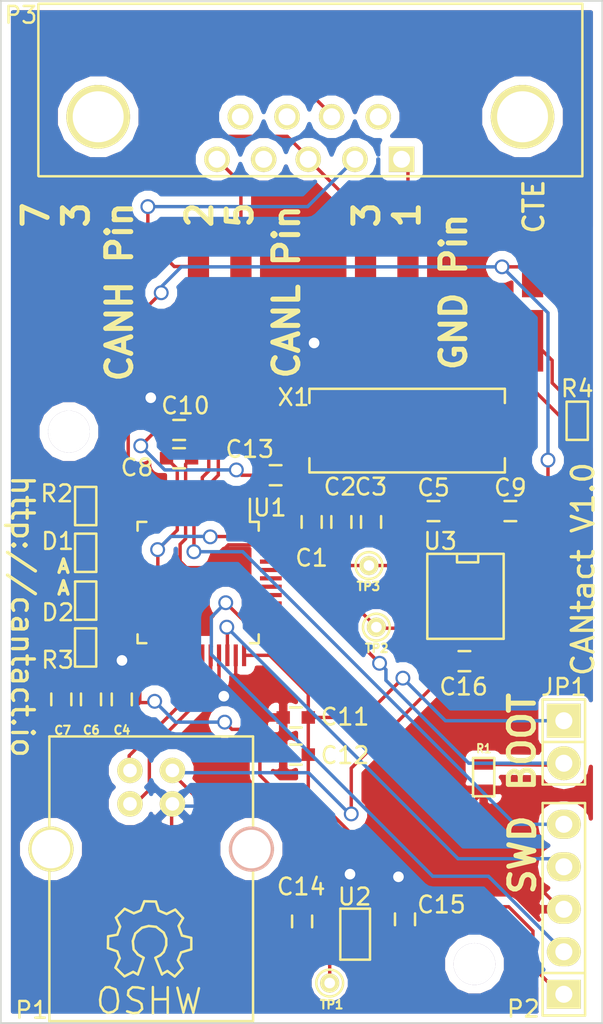
<source format=kicad_pcb>
(kicad_pcb (version 20240108) (generator "pcbnew") (generator_version "8.0")
  (layers (0 "F.Cu" signal) (31 "B.Cu" signal) (34 "B.Paste" user) (35 "F.Paste" user) (36 "B.SilkS" user "B.Silkscreen") (37 "F.SilkS" user "F.Silkscreen") (38 "B.Mask" user) (39 "F.Mask" user) (44 "Edge.Cuts" user))
  (net 0 "")
  (net 1 "+3.3V")
  (net 2 "GND")
  (net 3 "+5V")
  (net 4 "/USB_DM")
  (net 5 "/USB_DP")
  (net 6 "/SWDIO")
  (net 7 "/SWCLK")
  (net 8 "Net-(P3-Pad8)")
  (net 9 "/CAN_RX")
  (net 10 "/CAN_TX")
  (net 11 "Net-(C5-Pad1)")
  (net 12 "Net-(C9-Pad1)")
  (net 13 "Net-(D1-Pad1)")
  (net 14 "Net-(D1-Pad2)")
  (net 15 "Net-(D2-Pad1)")
  (net 16 "Net-(D2-Pad2)")
  (net 17 "Net-(JP1-Pad2)")
  (net 18 "/DB9_1")
  (net 19 "/DB9_2")
  (net 20 "/DB9_3")
  (net 21 "Net-(JP4-Pad1)")
  (net 22 "Net-(JP2-Pad1)")
  (net 23 "Net-(U1-Pad2)")
  (net 24 "Net-(U1-Pad3)")
  (net 25 "Net-(U1-Pad4)")
  (net 26 "Net-(JP2-Pad2)")
  (net 27 "Net-(U3-Pad5)")
  (net 28 "/DB9_5")
  (net 29 "/NRST")
  (net 30 "Net-(U1-Pad10)")
  (net 31 "Net-(U1-Pad11)")
  (net 32 "Net-(U1-Pad12)")
  (net 33 "Net-(U1-Pad13)")
  (net 34 "Net-(U1-Pad14)")
  (net 35 "Net-(U1-Pad15)")
  (net 36 "Net-(U1-Pad16)")
  (net 37 "Net-(U1-Pad17)")
  (net 38 "Net-(U1-Pad20)")
  (net 39 "Net-(U1-Pad21)")
  (net 40 "Net-(U1-Pad22)")
  (net 41 "Net-(U1-Pad25)")
  (net 42 "Net-(U1-Pad26)")
  (net 43 "Net-(U1-Pad27)")
  (net 44 "Net-(U1-Pad28)")
  (net 45 "Net-(U1-Pad29)")
  (net 46 "Net-(U1-Pad30)")
  (net 47 "Net-(U1-Pad31)")
  (net 48 "Net-(U1-Pad38)")
  (net 49 "Net-(U1-Pad39)")
  (net 50 "Net-(U1-Pad40)")
  (net 51 "Net-(U1-Pad41)")
  (net 52 "Net-(U1-Pad42)")
  (net 53 "Net-(U1-Pad43)")
  (net 54 "Net-(P1-Pad5)")
  (net 55 "Net-(P1-Pad6)")
  (net 56 "Net-(P3-Pad4)")
  (net 57 "Net-(P3-Pad9)")
  (net 58 "Net-(P3-Pad6)")
  (net 59 "Net-(JP2-Pad3)")
  (net 60 "Net-(JP2-Pad4)")
  (net 61 "/DB9_7")
  (footprint "Connect:DB9MC" (layer "F.Cu") (at 142.7 98.9)
    (property "Reference" "P3")
    (property "Value" "DB9" (hide yes))
  )
  (footprint "SMD_Packages:SMD-0603" (layer "F.Cu") (at 153.2 137.1 -90)
    (property "Reference" "R1")
    (property "Value" "510" (hide yes))
  )
  (footprint "Connect:PINTST" (layer "F.Cu") (at 143.9845 149.409)
    (property "Reference" "TP1")
    (property "Value" "TST" (hide yes))
  )
  (footprint "Connect:PINTST" (layer "F.Cu") (at 146.7785 128.1365)
    (property "Reference" "TP2")
    (property "Value" "TST" (hide yes))
  )
  (footprint "Connect:PINTST" (layer "F.Cu") (at 146.334 124.4535)
    (property "Reference" "TP3")
    (property "Value" "TST" (hide yes))
  )
  (footprint "Housings_QFP:LQFP-48_7x7mm_Pitch0.5mm" (layer "F.Cu") (at 136.1105 125.4695 -90)
    (property "Reference" "U1")
    (property "Value" "STM32F042C6T6" (hide yes))
  )
  (footprint "SMD_Packages:SOIC-8-N" (layer "F.Cu") (at 152.1125 126.295 -90)
    (property "Reference" "U3")
    (property "Value" "MCP2551-I/SN" (hide yes))
  )
  (footprint "Crystals:Crystal_HC49-SD_SMD" (layer "F.Cu") (at 148.62 116.389)
    (property "Reference" "X1")
    (property "Value" "16 MHz" (hide yes))
  )
  (footprint "SMD_Packages:SOT-23-5" (layer "F.Cu") (at 145.5085 146.488 -90)
    (property "Reference" "U2")
    (property "Value" "AAT3221" (hide yes))
  )
  (footprint "Capacitors_SMD:C_0603" (layer "F.Cu") (at 142.905 121.85 -90)
    (property "Reference" "C1")
    (property "Value" "0.1uF" (hide yes))
  )
  (footprint "Capacitors_SMD:C_0603" (layer "F.Cu") (at 144.683 121.85 -90)
    (property "Reference" "C2")
    (property "Value" "0.1uF" (hide yes))
  )
  (footprint "Capacitors_SMD:C_0603" (layer "F.Cu") (at 131.5385 132.4545 90)
    (property "Reference" "C4")
    (property "Value" "0.1uF" (hide yes))
  )
  (footprint "Capacitors_SMD:C_0603" (layer "F.Cu") (at 150.2 121.2)
    (property "Reference" "C5")
    (property "Value" "18pF" (hide yes))
  )
  (footprint "Capacitors_SMD:C_0603" (layer "F.Cu") (at 129.697 132.4545 90)
    (property "Reference" "C6")
    (property "Value" "0.1uF" (hide yes))
  )
  (footprint "Capacitors_SMD:C_0603" (layer "F.Cu") (at 127.919 132.4545 90)
    (property "Reference" "C7")
    (property "Value" "4.7uF" (hide yes))
  )
  (footprint "Capacitors_SMD:C_0603" (layer "F.Cu") (at 134.9675 118.04)
    (property "Reference" "C8")
    (property "Value" "10nF" (hide yes))
  )
  (footprint "Capacitors_SMD:C_0603" (layer "F.Cu") (at 154.8 121.2 180)
    (property "Reference" "C9")
    (property "Value" "18pF" (hide yes))
  )
  (footprint "Capacitors_SMD:C_0603" (layer "F.Cu") (at 134.975 116.35)
    (property "Reference" "C10")
    (property "Value" "1uF" (hide yes))
  )
  (footprint "Capacitors_SMD:C_0603" (layer "F.Cu") (at 141.9525 133.534 180)
    (property "Reference" "C11")
    (property "Value" "0.1uF" (hide yes))
  )
  (footprint "Capacitors_SMD:C_0603" (layer "F.Cu") (at 141.9525 135.7565 180)
    (property "Reference" "C12")
    (property "Value" "4.7uF" (hide yes))
  )
  (footprint "Capacitors_SMD:C_0603" (layer "F.Cu") (at 140.746 119.056)
    (property "Reference" "C13")
    (property "Value" "0.1uF" (hide yes))
  )
  (footprint "Capacitors_SMD:C_0603" (layer "F.Cu") (at 142.3335 145.726 -90)
    (property "Reference" "C14")
    (property "Value" "1uF" (hide yes))
  )
  (footprint "Capacitors_SMD:C_0603" (layer "F.Cu") (at 148.493 145.599 -90)
    (property "Reference" "C15")
    (property "Value" "1uF" (hide yes))
  )
  (footprint "Capacitors_SMD:C_0603" (layer "F.Cu") (at 152.049 130.1685 180)
    (property "Reference" "C16")
    (property "Value" "0.1uF" (hide yes))
  )
  (footprint "SMD_Packages:SMD-0603" (layer "F.Cu") (at 129.3795 123.6915 90)
    (property "Reference" "D1")
    (property "Value" "LED" (hide yes))
  )
  (footprint "SMD_Packages:SMD-0603" (layer "F.Cu") (at 129.3795 120.8975 -90)
    (property "Reference" "R2")
    (property "Value" "R" (hide yes))
  )
  (footprint "SMD_Packages:SMD-0603" (layer "F.Cu") (at 129.375 129.35 90)
    (property "Reference" "R3")
    (property "Value" "R" (hide yes))
  )
  (footprint "SMD_Packages:SMD-0603" (layer "F.Cu") (at 158.8 115.8 90)
    (property "Reference" "R4")
    (property "Value" "120" (hide yes))
  )
  (footprint "Connect:USB_B" (layer "F.Cu") (at 133.3 141.4)
    (property "Reference" "P1")
    (property "Value" "USB" (hide yes))
  )
  (footprint "Pin_Headers:Pin_Header_Straight_1x05" (layer "F.Cu") (at 158 145 90)
    (property "Reference" "P2")
    (property "Value" "SWD" (hide yes))
  )
  (footprint "Symbols:Symbol_OSHW-Logo_SilkScreen" (layer "F.Cu") (at 133.2 147)
    (property "Reference" "SYM" (hide yes))
    (property "Value" "Symbol_OSHW-Logo_SilkScreen_07Jul2012" (hide yes))
  )
  (footprint "Pin_Headers:Pin_Header_Straight_1x02" (layer "F.Cu") (at 158 135 -90)
    (property "Reference" "JP1")
    (property "Value" "Boot Mode" (hide yes))
  )
  (footprint "cantact:0015912040" (layer "F.Cu") (at 157.4 108.8)
    (property "Reference" "JP2" (hide yes))
    (property "Value" "Term Enable" (hide yes))
  )
  (footprint "cantact:0015912040" (layer "F.Cu") (at 127.4 108.8)
    (property "Reference" "JP3" (hide yes))
    (property "Value" "CANH Select" (hide yes))
  )
  (footprint "cantact:0015912040" (layer "F.Cu") (at 137.4 108.8)
    (property "Reference" "JP4" (hide yes))
    (property "Value" "CANL Select" (hide yes))
  )
  (footprint "cantact:0015912040" (layer "F.Cu") (at 147.4 108.8)
    (property "Reference" "JP5" (hide yes))
    (property "Value" "GND Select" (hide yes))
  )
  (footprint "Mounting_Holes:MountingHole_2-5mm" (layer "F.Cu") (at 152.65 148.275)
    (property "Reference" "" (hide yes))
    (property "Value" "VAL**" (hide yes))
  )
  (footprint "Mounting_Holes:MountingHole_2-5mm" (layer "F.Cu") (at 128.375 116.45)
    (property "Reference" "" (hide yes))
    (property "Value" "VAL**" (hide yes))
  )
  (footprint "Capacitors_SMD:C_0603" (layer "F.Cu") (at 146.461 121.85 -90)
    (property "Reference" "C3")
    (property "Value" "4.7uF" (hide yes))
  )
  (footprint "SMD_Packages:SMD-0603" (layer "F.Cu") (at 129.3795 126.549 -90)
    (property "Reference" "D2")
    (property "Value" "LED" (hide yes))
  )
  (gr_line (start 124.3 90.7) (end 160.3 90.7) (stroke (width 0.1)) (layer "Edge.Cuts"))
  (gr_line (start 124.3 90.7) (end 124.3 151.8) (stroke (width 0.1)) (layer "Edge.Cuts"))
  (gr_line (start 160.3 151.8) (end 160.3 90.7) (stroke (width 0.1)) (layer "Edge.Cuts"))
  (gr_line (start 124.3 151.8) (end 160.3 151.8) (stroke (width 0.1)) (layer "Edge.Cuts"))
  (gr_text "7\n3" (at 127.6 103.5 90) (layer "F.SilkS") (effects (font (size 1.5 1.5) (thickness 0.3))))
  (gr_text "CANH Pin" (at 131.4 108.1 90) (layer "F.SilkS") (effects (font (size 1.5 1.5) (thickness 0.3))))
  (gr_text "CANL Pin" (at 141.4 108.1 90) (layer "F.SilkS") (effects (font (size 1.5 1.5) (thickness 0.3))))
  (gr_text "SWD" (at 155.525 141.75 90) (layer "F.SilkS") (effects (font (size 1.5 1.5) (thickness 0.3))))
  (gr_text "2\n5" (at 137.4 103.5 90) (layer "F.SilkS") (effects (font (size 1.5 1.5) (thickness 0.3))))
  (gr_text "http://cantact.io" (at 125.6 127.5 270) (layer "F.SilkS") (effects (font (size 1.3 1.3) (thickness 0.2))))
  (gr_text "CANtact V1.0" (at 159.15 124.67 90) (layer "F.SilkS") (effects (font (size 1.3 1.3) (thickness 0.2))))
  (gr_text "3\n1" (at 147.4 103.5 90) (layer "F.SilkS") (effects (font (size 1.5 1.5) (thickness 0.3))))
  (gr_text "GND Pin" (at 151.4 108.1 90) (layer "F.SilkS") (effects (font (size 1.5 1.5) (thickness 0.3))))
  (gr_text "A" (at 128.05 124.5 0) (layer "F.SilkS") (effects (font (size 0.8 0.8) (thickness 0.2)) (justify mirror)))
  (gr_text "BOOT" (at 155.5 135 90) (layer "F.SilkS") (effects (font (size 1.5 1.5) (thickness 0.3))))
  (gr_text "CTE" (at 156.2 103 90) (layer "F.SilkS") (effects (font (size 1.2 1.2) (thickness 0.2))))
  (gr_text "A" (at 128.05 125.8 0) (layer "F.SilkS") (effects (font (size 0.8 0.8) (thickness 0.2)) (justify mirror)))
  (segment (start 148.6955 120.0085) (end 148.6955 119.957) (width 0.2032) (layer "F.Cu") (net 0))
  (segment (start 138.88 121.1) (end 138.8605 121.1195) (width 0.2032) (layer "F.Cu") (net 1))
  (segment (start 134.8605 118.683) (end 134.2175 118.04) (width 0.2032) (layer "F.Cu") (net 1))
  (segment (start 147.8065 145.5355) (end 148.493 144.849) (width 0.2032) (layer "F.Cu") (net 1))
  (segment (start 140.397 129.8195) (end 142.7025 132.125) (width 0.2032) (layer "F.Cu") (net 1))
  (segment (start 142.7025 132.125) (end 142.7025 133.534) (width 0.2032) (layer "F.Cu") (net 1))
  (segment (start 146.7785 141.9795) (end 142.7025 137.9035) (width 0.2032) (layer "F.Cu") (net 1))
  (segment (start 142.7025 137.9035) (end 142.7025 137.9028) (width 0.2032) (layer "F.Cu") (net 1))
  (segment (start 138.8605 120.1915) (end 139.996 119.056) (width 0.2032) (layer "F.Cu") (net 1))
  (segment (start 142.08 121.1) (end 140.4605 122.7195) (width 0.2032) (layer "F.Cu") (net 1))
  (segment (start 142.8855 121.1195) (end 142.905 121.1) (width 0.2032) (layer "F.Cu") (net 1))
  (segment (start 132.0585 133.2045) (end 132.618 132.645) (width 0.2032) (layer "F.Cu") (net 1))
  (segment (start 132.618 132.645) (end 132.618 129.851) (width 0.2032) (layer "F.Cu") (net 1))
  (segment (start 132.618 129.851) (end 131.7605 128.9935) (width 0.2032) (layer "F.Cu") (net 1))
  (segment (start 131.7605 128.9935) (end 131.7605 128.2195) (width 0.2032) (layer "F.Cu") (net 1))
  (segment (start 134.8605 122.338) (end 133.6975 123.501) (width 0.2032) (layer "F.Cu") (net 1))
  (segment (start 133.6975 123.501) (end 133.6975 127.565) (width 0.2032) (layer "F.Cu") (net 1))
  (segment (start 133.6975 127.565) (end 133.043 128.2195) (width 0.2032) (layer "F.Cu") (net 1))
  (segment (start 133.043 128.2195) (end 131.7605 128.2195) (width 0.2032) (layer "F.Cu") (net 1))
  (segment (start 138.714 119.056) (end 138.3965 118.7385) (width 0.2032) (layer "F.Cu") (net 1))
  (segment (start 148.366 131.1845) (end 146.0165 133.534) (width 0.2032) (layer "F.Cu") (net 1))
  (segment (start 146.0165 133.534) (end 142.7025 133.534) (width 0.2032) (layer "F.Cu") (net 1))
  (segment (start 136.8539 122.7195) (end 136.8344 122.739) (width 0.2032) (layer "F.Cu") (net 1))
  (segment (start 133.6848 123.501) (end 133.6975 123.501) (width 0.2032) (layer "F.Cu") (net 1))
  (segment (start 132.618 132.645) (end 132.618 132.645) (width 0.2032) (layer "F.Cu") (net 1))
  (segment (start 133.4308 132.645) (end 133.507 132.5688) (width 0.2032) (layer "F.Cu") (net 1))
  (segment (start 137.698 133.8134) (end 138.1298 134.2452) (width 0.2032) (layer "F.Cu") (net 1))
  (segment (start 138.1298 134.2452) (end 139.2982 134.2452) (width 0.2032) (layer "F.Cu") (net 1))
  (segment (start 139.2982 134.2452) (end 139.8062 134.7532) (width 0.2032) (layer "F.Cu") (net 1))
  (segment (start 139.8062 134.7532) (end 139.8062 136.9884) (width 0.2032) (layer "F.Cu") (net 1))
  (segment (start 139.8062 136.9884) (end 140.7206 137.9028) (width 0.2032) (layer "F.Cu") (net 1))
  (segment (start 140.7206 137.9028) (end 142.7025 137.9028) (width 0.2032) (layer "F.Cu") (net 1))
  (segment (start 142.7025 137.9028) (end 142.7025 135.7565) (width 0.2032) (layer "F.Cu") (net 1))
  (segment (start 151.199 144.849) (end 151.175 144.849) (width 0.2032) (layer "F.Cu") (net 1))
  (segment (start 156.15 148.45) (end 157.78 150.08) (width 0.2032) (layer "F.Cu") (net 1))
  (segment (start 156.15 148.45) (end 156.15 146.3) (width 0.2032) (layer "F.Cu") (net 1))
  (segment (start 151.175 144.849) (end 148.493 144.849) (width 0.2032) (layer "F.Cu") (net 1))
  (segment (start 154.699 144.849) (end 156.15 146.3) (width 0.2032) (layer "F.Cu") (net 1))
  (segment (start 132.675 117.3) (end 133.625 116.35) (width 0.2032) (layer "F.Cu") (net 1))
  (segment (start 133.625 116.35) (end 134.225 116.35) (width 0.2032) (layer "F.Cu") (net 1))
  (segment (start 139.996 119.056) (end 138.714 119.056) (width 0.2032) (layer "F.Cu") (net 1))
  (segment (start 140.4605 122.7195) (end 136.8539 122.7195) (width 0.2032) (layer "F.Cu") (net 1))
  (segment (start 151.175 144.849) (end 154.699 144.849) (width 0.2032) (layer "F.Cu") (net 1))
  (segment (start 129.697 133.2045) (end 127.919 133.2045) (width 0.2032) (layer "F.Cu") (net 1))
  (segment (start 138.8605 121.1195) (end 138.8605 120.1915) (width 0.2032) (layer "F.Cu") (net 1))
  (segment (start 142.905 121.1) (end 142.08 121.1) (width 0.2032) (layer "F.Cu") (net 1))
  (segment (start 132.618 132.645) (end 133.4308 132.645) (width 0.2032) (layer "F.Cu") (net 1))
  (segment (start 131.5385 133.2045) (end 132.0585 133.2045) (width 0.2032) (layer "F.Cu") (net 1))
  (segment (start 134.8605 121.1195) (end 134.8605 122.338) (width 0.2032) (layer "F.Cu") (net 1))
  (segment (start 146.7785 145.5355) (end 147.8065 145.5355) (width 0.2032) (layer "F.Cu") (net 1))
  (segment (start 134.8605 121.1195) (end 134.8605 118.683) (width 0.2032) (layer "F.Cu") (net 1))
  (segment (start 131.5385 133.2045) (end 129.697 133.2045) (width 0.2032) (layer "F.Cu") (net 1))
  (segment (start 144.683 121.1) (end 142.905 121.1) (width 0.2032) (layer "F.Cu") (net 1))
  (segment (start 146.7785 145.5355) (end 146.7785 141.9795) (width 0.2032) (layer "F.Cu") (net 1))
  (segment (start 146.461 121.1) (end 144.683 121.1) (width 0.2032) (layer "F.Cu") (net 1))
  (segment (start 142.7025 135.7565) (end 142.7025 133.534) (width 0.2032) (layer "F.Cu") (net 1))
  (segment (start 158 150.08) (end 157.78 150.08) (width 0.2032) (layer "F.Cu") (net 1))
  (segment (start 140.4605 122.7195) (end 140.714 122.7195) (width 0.2032) (layer "F.Cu") (net 1))
  (segment (start 138.8605 129.8195) (end 140.397 129.8195) (width 0.2032) (layer "F.Cu") (net 1))
  (segment (start 138.8605 121.1195) (end 142.8855 121.1195) (width 0.2032) (layer "F.Cu") (net 1))
  (via (at 137.698 133.8134) (size 0.889) (drill 0.635) (layers "F.Cu" "B.Cu") (net 1))
  (via (at 133.507 132.5688) (size 0.889) (drill 0.635) (layers "F.Cu" "B.Cu") (net 1))
  (via (at 136.8344 122.739) (size 0.889) (drill 0.635) (layers "F.Cu" "B.Cu") (net 1))
  (via (at 133.6848 123.501) (size 0.889) (drill 0.635) (layers "F.Cu" "B.Cu") (net 1))
  (via (at 132.675 117.3) (size 0.889) (drill 0.635) (layers "F.Cu" "B.Cu") (net 1))
  (via (at 138.3965 118.7385) (size 0.889) (drill 0.635) (layers "F.Cu" "B.Cu") (net 1))
  (via (at 148.366 131.1845) (size 0.889) (drill 0.635) (layers "F.Cu" "B.Cu") (net 1))
  (segment (start 136.8344 122.739) (end 136.809 122.7136) (width 0.2032) (layer "B.Cu") (net 1))
  (segment (start 136.809 122.7136) (end 134.4722 122.7136) (width 0.2032) (layer "B.Cu") (net 1))
  (segment (start 134.4722 122.7136) (end 133.6848 123.501) (width 0.2032) (layer "B.Cu") (net 1))
  (segment (start 133.507 132.5688) (end 134.7516 133.8134) (width 0.2032) (layer "B.Cu") (net 1))
  (segment (start 134.7516 133.8134) (end 137.698 133.8134) (width 0.2032) (layer "B.Cu") (net 1))
  (segment (start 150.9115 133.73) (end 148.366 131.1845) (width 0.2032) (layer "B.Cu") (net 1))
  (segment (start 134.1135 118.7385) (end 132.775 117.4) (width 0.2032) (layer "B.Cu") (net 1))
  (segment (start 132.775 117.4) (end 132.675 117.3) (width 0.2032) (layer "B.Cu") (net 1))
  (segment (start 158 133.73) (end 150.9115 133.73) (width 0.2032) (layer "B.Cu") (net 1))
  (segment (start 138.3965 118.7385) (end 134.1135 118.7385) (width 0.2032) (layer "B.Cu") (net 1))
  (segment (start 135.3605 118.397) (end 135.7175 118.04) (width 0.2032) (layer "F.Cu") (net 2))
  (segment (start 153.446 124.39) (end 152.176 125.66) (width 0.2032) (layer "F.Cu") (net 2))
  (segment (start 152.176 125.66) (end 148.9375 125.66) (width 0.2032) (layer "F.Cu") (net 2))
  (segment (start 142.2855 123.2195) (end 142.905 122.6) (width 0.2032) (layer "F.Cu") (net 2))
  (segment (start 134.523 143.821) (end 137.178 146.476) (width 0.2032) (layer "F.Cu") (net 2))
  (segment (start 137.178 146.476) (end 142.3335 146.476) (width 0.2032) (layer "F.Cu") (net 2))
  (segment (start 144.3775 146.349) (end 144.2385 146.488) (width 0.2032) (layer "F.Cu") (net 2))
  (segment (start 144.2265 146.476) (end 144.2385 146.488) (width 0.2032) (layer "F.Cu") (net 2))
  (segment (start 138.3605 131.4025) (end 139.2 132.242) (width 0.2032) (layer "F.Cu") (net 2))
  (segment (start 140.492 133.534) (end 141.2025 133.534) (width 0.2032) (layer "F.Cu") (net 2))
  (segment (start 135.3605 122.854) (end 135.031 123.1835) (width 0.2032) (layer "F.Cu") (net 2))
  (segment (start 135.031 123.1835) (end 135.031 124.1995) (width 0.2032) (layer "F.Cu") (net 2))
  (segment (start 135.031 124.1995) (end 135.412 124.5805) (width 0.2032) (layer "F.Cu") (net 2))
  (segment (start 135.412 124.5805) (end 136.555 124.5805) (width 0.2032) (layer "F.Cu") (net 2))
  (segment (start 136.555 124.5805) (end 137.916 123.2195) (width 0.2032) (layer "F.Cu") (net 2))
  (segment (start 137.916 123.2195) (end 140.4605 123.2195) (width 0.2032) (layer "F.Cu") (net 2))
  (segment (start 146.207 119.056) (end 147.477 120.326) (width 0.2032) (layer "F.Cu") (net 2))
  (segment (start 147.477 120.326) (end 147.477 122.6) (width 0.2032) (layer "F.Cu") (net 2))
  (segment (start 147.477 122.6) (end 148.3025 122.6) (width 0.2032) (layer "F.Cu") (net 2))
  (segment (start 148.3025 122.6) (end 148.3145 122.6) (width 0.2032) (layer "F.Cu") (net 2))
  (segment (start 149.116 122.6) (end 152.1125 125.5965) (width 0.2032) (layer "F.Cu") (net 2))
  (segment (start 149.116 122.6) (end 152.176 125.66) (width 0.2032) (layer "F.Cu") (net 2))
  (segment (start 152.176 125.66) (end 152.1125 125.66) (width 0.2032) (layer "F.Cu") (net 2))
  (segment (start 152.1125 125.66) (end 152.1125 125.5965) (width 0.2032) (layer "F.Cu") (net 2))
  (segment (start 152.1125 125.5965) (end 152.176 125.66) (width 0.2032) (layer "F.Cu") (net 2))
  (segment (start 152.799 126.283) (end 152.176 125.66) (width 0.2032) (layer "F.Cu") (net 2))
  (segment (start 142.3335 150.1075) (end 143.032 150.806) (width 0.2032) (layer "F.Cu") (net 2))
  (segment (start 143.032 150.806) (end 146.9055 150.806) (width 0.2032) (layer "F.Cu") (net 2))
  (segment (start 146.9055 150.806) (end 148.493 149.2185) (width 0.2032) (layer "F.Cu") (net 2))
  (segment (start 148.493 149.2185) (end 148.493 146.349) (width 0.2032) (layer "F.Cu") (net 2))
  (segment (start 149.7 134.7) (end 152.799 131.601) (width 0.2032) (layer "F.Cu") (net 2))
  (segment (start 152.799 130.1685) (end 152.799 131.601) (width 0.2032) (layer "F.Cu") (net 2))
  (segment (start 146.249 146.349) (end 145.2 145.3) (width 0.2032) (layer "F.Cu") (net 2))
  (segment (start 145.2 145.3) (end 145.2 142.9) (width 0.2032) (layer "F.Cu") (net 2))
  (segment (start 148.12825 143.03075) (end 148.1 143.059) (width 0.2032) (layer "F.Cu") (net 2))
  (segment (start 148.12825 141.32825) (end 148.12825 143.03075) (width 0.2032) (layer "F.Cu") (net 2))
  (segment (start 152.559 143.059) (end 148.1 143.059) (width 0.2032) (layer "F.Cu") (net 2))
  (segment (start 148.12825 136.27175) (end 149.7 134.7) (width 0.2032) (layer "F.Cu") (net 2))
  (segment (start 139.222 132.264) (end 139.2 132.286) (width 0.2032) (layer "F.Cu") (net 2))
  (segment (start 139.2 132.286) (end 139.2 132.3) (width 0.2032) (layer "F.Cu") (net 2))
  (segment (start 139.2 132.3) (end 139.2 132.242) (width 0.2032) (layer "F.Cu") (net 2))
  (segment (start 139.2 132.242) (end 140.492 133.534) (width 0.2032) (layer "F.Cu") (net 2))
  (segment (start 153.2 137.959) (end 148.1 143.059) (width 0.2032) (layer "F.Cu") (net 2))
  (segment (start 157.825 145) (end 155.884 143.059) (width 0.2032) (layer "F.Cu") (net 2))
  (segment (start 155.884 143.059) (end 152.559 143.059) (width 0.2032) (layer "F.Cu") (net 2))
  (segment (start 135.725 118.0325) (end 135.7175 118.04) (width 0.2032) (layer "F.Cu") (net 2))
  (segment (start 129.9145 120.1355) (end 131.925 118.125) (width 0.2032) (layer "F.Cu") (net 2))
  (segment (start 131.925 118.125) (end 131.925 116.15) (width 0.2032) (layer "F.Cu") (net 2))
  (segment (start 131.925 116.15) (end 133.15 114.925) (width 0.2032) (layer "F.Cu") (net 2))
  (segment (start 133.15 114.925) (end 133.175 114.925) (width 0.2032) (layer "F.Cu") (net 2))
  (segment (start 135.125 114.925) (end 135.725 115.525) (width 0.2032) (layer "F.Cu") (net 2))
  (segment (start 135.725 115.525) (end 135.725 116.35) (width 0.2032) (layer "F.Cu") (net 2))
  (segment (start 133.175 114.925) (end 135.125 114.925) (width 0.2032) (layer "F.Cu") (net 2))
  (segment (start 133.175 114.525) (end 133.275 114.425) (width 0.2032) (layer "F.Cu") (net 2))
  (segment (start 144.75 111.02) (end 146.13 111.02) (width 0.2032) (layer "F.Cu") (net 2))
  (segment (start 143.18 111.02) (end 143.05 111.15) (width 0.2032) (layer "F.Cu") (net 2))
  (segment (start 130.5 129.35) (end 130.5 128.05) (width 0.2032) (layer "F.Cu") (net 2))
  (segment (start 131.741 127.7) (end 130.85 127.7) (width 0.2032) (layer "F.Cu") (net 2))
  (segment (start 131.741 127.7) (end 131.7605 127.7195) (width 0.2032) (layer "F.Cu") (net 2))
  (segment (start 131.5385 130.1365) (end 131.55 130.125) (width 0.2032) (layer "F.Cu") (net 2))
  (segment (start 129.375 131.3825) (end 129.697 131.7045) (width 0.2032) (layer "F.Cu") (net 2))
  (segment (start 130.5 129.91) (end 130.298 130.112) (width 0.2032) (layer "F.Cu") (net 2))
  (segment (start 130.298 130.112) (end 129.375 130.112) (width 0.2032) (layer "F.Cu") (net 2))
  (segment (start 127.919 121.596) (end 129.3795 120.1355) (width 0.2032) (layer "F.Cu") (net 2))
  (segment (start 129.375 130.112) (end 129.738 130.112) (width 0.2032) (layer "F.Cu") (net 2))
  (segment (start 154.05 121.2) (end 150.95 121.2) (width 0.2032) (layer "F.Cu") (net 2))
  (segment (start 129.3795 120.1355) (end 129.9145 120.1355) (width 0.2032) (layer "F.Cu") (net 2))
  (segment (start 152.799 130.1685) (end 152.799 126.283) (width 0.2032) (layer "F.Cu") (net 2))
  (segment (start 135.3605 121.1195) (end 135.3605 118.397) (width 0.2032) (layer "F.Cu") (net 2))
  (segment (start 133.175 114.925) (end 133.175 114.525) (width 0.2032) (layer "F.Cu") (net 2))
  (segment (start 146.461 122.6) (end 147.477 122.6) (width 0.2032) (layer "F.Cu") (net 2))
  (segment (start 153.2 137.862) (end 153.2 137.959) (width 0.2032) (layer "F.Cu") (net 2))
  (segment (start 131.5385 131.7045) (end 131.5385 130.1365) (width 0.2032) (layer "F.Cu") (net 2))
  (segment (start 131.5385 131.7045) (end 129.697 131.7045) (width 0.2032) (layer "F.Cu") (net 2))
  (segment (start 144.75 111.02) (end 143.18 111.02) (width 0.2032) (layer "F.Cu") (net 2))
  (segment (start 141.496 119.056) (end 146.207 119.056) (width 0.2032) (layer "F.Cu") (net 2))
  (segment (start 155.2875 124.39) (end 153.446 124.39) (width 0.2032) (layer "F.Cu") (net 2))
  (segment (start 127.919 131.7045) (end 127.919 121.596) (width 0.2032) (layer "F.Cu") (net 2))
  (segment (start 144.68 111.02) (end 144.75 111.02) (width 0.2032) (layer "F.Cu") (net 2))
  (segment (start 134.523 138.83498) (end 134.523 143.821) (width 0.2032) (layer "F.Cu") (net 2))
  (segment (start 135.725 116.35) (end 135.725 118.0325) (width 0.2032) (layer "F.Cu") (net 2))
  (segment (start 135.3605 121.1195) (end 135.3605 122.854) (width 0.2032) (layer "F.Cu") (net 2))
  (segment (start 146.13 111.02) (end 148.67 111.02) (width 0.2032) (layer "F.Cu") (net 2))
  (segment (start 137.6472 132.264) (end 139.222 132.264) (width 0.2032) (layer "F.Cu") (net 2))
  (segment (start 130.5 129.35) (end 130.5 129.91) (width 0.2032) (layer "F.Cu") (net 2))
  (segment (start 138.3605 129.8195) (end 138.3605 131.4025) (width 0.2032) (layer "F.Cu") (net 2))
  (segment (start 148.3025 122.6) (end 149.116 122.6) (width 0.2032) (layer "F.Cu") (net 2))
  (segment (start 142.3335 146.476) (end 142.3335 150.1075) (width 0.2032) (layer "F.Cu") (net 2))
  (segment (start 146.461 122.6) (end 149.116 122.6) (width 0.2032) (layer "F.Cu") (net 2))
  (segment (start 127.919 131.7045) (end 129.697 131.7045) (width 0.2032) (layer "F.Cu") (net 2))
  (segment (start 142.3335 146.476) (end 144.2265 146.476) (width 0.2032) (layer "F.Cu") (net 2))
  (segment (start 142.905 122.6) (end 144.683 122.6) (width 0.2032) (layer "F.Cu") (net 2))
  (segment (start 129.375 130.112) (end 129.375 131.3825) (width 0.2032) (layer "F.Cu") (net 2))
  (segment (start 158 145) (end 157.825 145) (width 0.2032) (layer "F.Cu") (net 2))
  (segment (start 141.2025 135.7565) (end 141.2025 133.534) (width 0.2032) (layer "F.Cu") (net 2))
  (segment (start 148.12825 141.32825) (end 148.12825 136.27175) (width 0.2032) (layer "F.Cu") (net 2))
  (segment (start 130.5 128.05) (end 130.85 127.7) (width 0.2032) (layer "F.Cu") (net 2))
  (segment (start 140.4605 123.2195) (end 142.2855 123.2195) (width 0.2032) (layer "F.Cu") (net 2))
  (segment (start 144.683 122.6) (end 146.461 122.6) (width 0.2032) (layer "F.Cu") (net 2))
  (segment (start 148.493 146.349) (end 146.249 146.349) (width 0.2032) (layer "F.Cu") (net 2))
  (via (at 145.2 142.9) (size 0.889) (drill 0.635) (layers "F.Cu" "B.Cu") (net 2))
  (via (at 131.55 130.125) (size 0.889) (drill 0.635) (layers "F.Cu" "B.Cu") (net 2))
  (via (at 133.275 114.425) (size 0.889) (drill 0.635) (layers "F.Cu" "B.Cu") (net 2))
  (via (at 148.1 143.059) (size 0.889) (drill 0.635) (layers "F.Cu" "B.Cu") (net 2))
  (via (at 137.6472 132.264) (size 0.889) (drill 0.635) (layers "F.Cu" "B.Cu") (net 2))
  (via (at 143.05 111.15) (size 0.889) (drill 0.635) (layers "F.Cu" "B.Cu") (net 2))
  (segment (start 141.22098 138.83498) (end 145.2 142.814) (width 0.2032) (layer "B.Cu") (net 2))
  (segment (start 145.445 143.059) (end 148.1 143.059) (width 0.2032) (layer "B.Cu") (net 2))
  (segment (start 145.2 142.9) (end 145.243 142.857) (width 0.2032) (layer "B.Cu") (net 2))
  (segment (start 145.243 142.857) (end 145.2 142.9) (width 0.2032) (layer "B.Cu") (net 2))
  (segment (start 145.2 142.9) (end 145.2 142.814) (width 0.2032) (layer "B.Cu") (net 2))
  (segment (start 145.2 142.814) (end 145.445 143.059) (width 0.2032) (layer "B.Cu") (net 2))
  (segment (start 148.1 143.059) (end 148.112 143.059) (width 0.2032) (layer "B.Cu") (net 2))
  (segment (start 141.3 114.4) (end 141.25 114.4) (width 0.2032) (layer "B.Cu") (net 2))
  (segment (start 133.275 114.425) (end 133.3 114.4) (width 0.2032) (layer "B.Cu") (net 2))
  (segment (start 141.25 114.4) (end 133.3 114.4) (width 0.2032) (layer "B.Cu") (net 2))
  (segment (start 141.725 114.4) (end 143.05 113.075) (width 0.2032) (layer "B.Cu") (net 2))
  (segment (start 143.05 113.075) (end 143.05 111.15) (width 0.2032) (layer "B.Cu") (net 2))
  (segment (start 131.55 130.125) (end 131.925 129.75) (width 0.2032) (layer "B.Cu") (net 2))
  (segment (start 131.925 129.75) (end 135.1332 129.75) (width 0.2032) (layer "B.Cu") (net 2))
  (segment (start 135.1332 129.75) (end 137.6472 132.264) (width 0.2032) (layer "B.Cu") (net 2))
  (segment (start 141.725 114.4) (end 141.25 114.4) (width 0.2032) (layer "B.Cu") (net 2))
  (segment (start 134.523 138.83498) (end 141.22098 138.83498) (width 0.2032) (layer "B.Cu") (net 2))
  (segment (start 138.6625 144.976) (end 136.2375 142.551) (width 0.2032) (layer "F.Cu") (net 3))
  (segment (start 136.2375 142.551) (end 136.2375 138.5505) (width 0.2032) (layer "F.Cu") (net 3))
  (segment (start 136.2375 138.5505) (end 134.523 136.836) (width 0.2032) (layer "F.Cu") (net 3))
  (segment (start 143.679 144.976) (end 144.2385 145.5355) (width 0.2032) (layer "F.Cu") (net 3))
  (segment (start 143.9845 147.6945) (end 144.2385 147.4405) (width 0.2032) (layer "F.Cu") (net 3))
  (segment (start 151.299 127.831) (end 150.398 126.93) (width 0.2032) (layer "F.Cu") (net 3))
  (segment (start 150.398 126.93) (end 148.9375 126.93) (width 0.2032) (layer "F.Cu") (net 3))
  (segment (start 144.683 145.5355) (end 145.318 146.1705) (width 0.2032) (layer "F.Cu") (net 3))
  (segment (start 145.318 146.1705) (end 145.318 146.996) (width 0.2032) (layer "F.Cu") (net 3))
  (segment (start 145.318 146.996) (end 144.8735 147.4405) (width 0.2032) (layer "F.Cu") (net 3))
  (segment (start 144.8735 147.4405) (end 144.2385 147.4405) (width 0.2032) (layer "F.Cu") (net 3))
  (segment (start 145.275 136.5615) (end 151.299 130.5375) (width 0.2032) (layer "F.Cu") (net 3))
  (segment (start 151.299 130.5375) (end 151.299 130.1685) (width 0.2032) (layer "F.Cu") (net 3))
  (segment (start 143.9845 149.409) (end 143.9845 147.6945) (width 0.2032) (layer "F.Cu") (net 3))
  (segment (start 142.3335 144.976) (end 143.679 144.976) (width 0.2032) (layer "F.Cu") (net 3))
  (segment (start 151.299 130.1685) (end 151.299 127.831) (width 0.2032) (layer "F.Cu") (net 3))
  (segment (start 142.3335 144.976) (end 138.6625 144.976) (width 0.2032) (layer "F.Cu") (net 3))
  (segment (start 144.2385 145.5355) (end 144.683 145.5355) (width 0.2032) (layer "F.Cu") (net 3))
  (segment (start 151.299 130.1685) (end 151.299 130.5375) (width 0.2032) (layer "F.Cu") (net 3))
  (segment (start 145.275 139.3) (end 145.275 136.5615) (width 0.2032) (layer "F.Cu") (net 3))
  (via (at 145.275 139.3) (size 0.889) (drill 0.635) (layers "F.Cu" "B.Cu") (net 3))
  (segment (start 134.523 136.836) (end 142.7145 136.836) (width 0.2032) (layer "B.Cu") (net 3))
  (segment (start 145.1785 139.3) (end 142.7145 136.836) (width 0.2032) (layer "B.Cu") (net 3))
  (segment (start 145.275 139.3) (end 145.1785 139.3) (width 0.2032) (layer "B.Cu") (net 3))
  (segment (start 131.983 135.82) (end 136.8605 130.9425) (width 0.2032) (layer "F.Cu") (net 4))
  (segment (start 136.8605 130.9425) (end 136.8605 129.8195) (width 0.2032) (layer "F.Cu") (net 4))
  (segment (start 131.983 136.836) (end 131.983 135.82) (width 0.2032) (layer "F.Cu") (net 4))
  (segment (start 132.20652 138.83498) (end 133.1895 137.852) (width 0.2032) (layer "F.Cu") (net 5))
  (segment (start 133.1895 137.852) (end 133.1895 135.5025) (width 0.2032) (layer "F.Cu") (net 5))
  (segment (start 133.1895 135.5025) (end 137.3605 131.3315) (width 0.2032) (layer "F.Cu") (net 5))
  (segment (start 137.3605 131.3315) (end 137.3605 129.8195) (width 0.2032) (layer "F.Cu") (net 5))
  (segment (start 131.983 138.83498) (end 132.20652 138.83498) (width 0.2032) (layer "F.Cu") (net 5))
  (segment (start 137.825 128.1365) (end 137.8605 128.172) (width 0.2032) (layer "F.Cu") (net 6))
  (segment (start 137.8605 128.172) (end 137.8605 129.8195) (width 0.2032) (layer "F.Cu") (net 6))
  (via (at 137.825 128.1365) (size 0.889) (drill 0.635) (layers "F.Cu" "B.Cu") (net 6))
  (segment (start 151.668 141.9795) (end 137.825 128.1365) (width 0.2032) (layer "B.Cu") (net 6))
  (segment (start 157.5195 141.9795) (end 158 142.46) (width 0.2032) (layer "B.Cu") (net 6))
  (segment (start 157.5195 141.9795) (end 151.668 141.9795) (width 0.2032) (layer "B.Cu") (net 6))
  (segment (start 137.7615 126.676) (end 139.305 128.2195) (width 0.2032) (layer "F.Cu") (net 7))
  (segment (start 139.305 128.2195) (end 140.4605 128.2195) (width 0.2032) (layer "F.Cu") (net 7))
  (via (at 137.7615 126.676) (size 0.889) (drill 0.635) (layers "F.Cu" "B.Cu") (net 7))
  (segment (start 136.9 129.3) (end 136.9 129.3) (width 0.2032) (layer "B.Cu") (net 7))
  (segment (start 136.9 127.5375) (end 137.7615 126.676) (width 0.2032) (layer "B.Cu") (net 7))
  (segment (start 136.9 129.3) (end 136.9 127.5375) (width 0.2032) (layer "B.Cu") (net 7))
  (segment (start 136.9 129.775) (end 150.15 143.025) (width 0.2032) (layer "B.Cu") (net 7))
  (segment (start 150.15 143.025) (end 153.485 143.025) (width 0.2032) (layer "B.Cu") (net 7))
  (segment (start 153.485 143.025) (end 158 147.54) (width 0.2032) (layer "B.Cu") (net 7))
  (segment (start 158 147.54) (end 157.6825 147.54) (width 0.2032) (layer "B.Cu") (net 7))
  (segment (start 136.9 129.3) (end 136.9 129.775) (width 0.2032) (layer "B.Cu") (net 7))
  (segment (start 146.842 128.2) (end 146.7785 128.1365) (width 0.2032) (layer "F.Cu") (net 9))
  (segment (start 142.8615 124.2195) (end 146.7785 128.1365) (width 0.2032) (layer "F.Cu") (net 9))
  (segment (start 140.4605 124.2195) (end 142.8615 124.2195) (width 0.2032) (layer "F.Cu") (net 9))
  (segment (start 148.9375 128.2) (end 146.842 128.2) (width 0.2032) (layer "F.Cu") (net 9))
  (segment (start 143.1235 123.7195) (end 143.8575 124.4535) (width 0.2032) (layer "F.Cu") (net 10))
  (segment (start 143.8575 124.4535) (end 146.334 124.4535) (width 0.2032) (layer "F.Cu") (net 10))
  (segment (start 148.874 124.4535) (end 148.9375 124.39) (width 0.2032) (layer "F.Cu") (net 10))
  (segment (start 140.4605 123.7195) (end 143.1235 123.7195) (width 0.2032) (layer "F.Cu") (net 10))
  (segment (start 146.334 124.4535) (end 148.874 124.4535) (width 0.2032) (layer "F.Cu") (net 10))
  (segment (start 143.64414 116.262) (end 143.77114 116.389) (width 0.2032) (layer "F.Cu") (net 11))
  (segment (start 136.8605 119.5125) (end 137.317 119.056) (width 0.2032) (layer "F.Cu") (net 11))
  (segment (start 137.317 119.056) (end 137.317 118.1035) (width 0.2032) (layer "F.Cu") (net 11))
  (segment (start 137.317 118.1035) (end 139.0315 116.389) (width 0.2032) (layer "F.Cu") (net 11))
  (segment (start 139.0315 116.389) (end 143.77114 116.389) (width 0.2032) (layer "F.Cu") (net 11))
  (segment (start 145.1275 116.389) (end 143.77114 116.389) (width 0.2032) (layer "F.Cu") (net 11))
  (segment (start 149.45 120.05) (end 145.789 116.389) (width 0.2032) (layer "F.Cu") (net 11))
  (segment (start 145.789 116.389) (end 143.77114 116.389) (width 0.2032) (layer "F.Cu") (net 11))
  (segment (start 136.8605 121.1195) (end 136.8605 119.5125) (width 0.2032) (layer "F.Cu") (net 11))
  (segment (start 149.45 121.2) (end 149.45 120.05) (width 0.2032) (layer "F.Cu") (net 11))
  (segment (start 153.3705 116.48736) (end 153.46886 116.389) (width 0.2032) (layer "F.Cu") (net 12))
  (segment (start 136.3605 119.187) (end 136.7455 118.802) (width 0.2032) (layer "F.Cu") (net 12))
  (segment (start 136.7455 118.802) (end 136.7455 115.627) (width 0.2032) (layer "F.Cu") (net 12))
  (segment (start 136.7455 115.627) (end 137.825 114.5475) (width 0.2032) (layer "F.Cu") (net 12))
  (segment (start 137.825 114.5475) (end 151.62736 114.5475) (width 0.2032) (layer "F.Cu") (net 12))
  (segment (start 151.62736 114.5475) (end 153.46886 116.389) (width 0.2032) (layer "F.Cu") (net 12))
  (segment (start 155.55 118.47014) (end 153.46886 116.389) (width 0.2032) (layer "F.Cu") (net 12))
  (segment (start 155.55 121.2) (end 155.55 118.47014) (width 0.2032) (layer "F.Cu") (net 12))
  (segment (start 136.3605 121.1195) (end 136.3605 119.187) (width 0.2032) (layer "F.Cu") (net 12))
  (segment (start 130.59 125.2195) (end 129.824 124.4535) (width 0.2032) (layer "F.Cu") (net 13))
  (segment (start 129.824 124.4535) (end 129.3795 124.4535) (width 0.2032) (layer "F.Cu") (net 13))
  (segment (start 131.7605 125.2195) (end 130.59 125.2195) (width 0.2032) (layer "F.Cu") (net 13))
  (segment (start 129.3795 122.9295) (end 129.3795 121.6595) (width 0.2032) (layer "F.Cu") (net 14))
  (segment (start 131.693 125.787) (end 131.7605 125.7195) (width 0.2032) (layer "F.Cu") (net 15))
  (segment (start 129.3795 125.787) (end 131.693 125.787) (width 0.2032) (layer "F.Cu") (net 15))
  (segment (start 129.3795 128.5835) (end 129.375 128.588) (width 0.2032) (layer "F.Cu") (net 16))
  (segment (start 129.3795 127.311) (end 129.3795 128.5835) (width 0.2032) (layer "F.Cu") (net 16))
  (segment (start 141.393 124.7195) (end 146.969 130.2955) (width 0.2032) (layer "F.Cu") (net 17))
  (segment (start 157.8785 136.3915) (end 158 136.27) (width 0.2032) (layer "F.Cu") (net 17))
  (segment (start 141.393 124.7195) (end 140.4605 124.7195) (width 0.2032) (layer "F.Cu") (net 17))
  (segment (start 153.2 136.338) (end 157.8785 136.3915) (width 0.2032) (layer "F.Cu") (net 17))
  (via (at 146.969 130.2955) (size 0.889) (drill 0.635) (layers "F.Cu" "B.Cu") (net 17))
  (segment (start 146.969 130.2955) (end 147.35 130.6765) (width 0.2032) (layer "B.Cu") (net 17))
  (segment (start 147.35 130.6765) (end 147.35 131.3115) (width 0.2032) (layer "B.Cu") (net 17))
  (segment (start 152.3085 136.27) (end 147.35 131.3115) (width 0.2032) (layer "B.Cu") (net 17))
  (segment (start 158 136.27) (end 152.3085 136.27) (width 0.2032) (layer "B.Cu") (net 17))
  (segment (start 148.67 100.437) (end 148.239 100.006) (width 0.2032) (layer "F.Cu") (net 18))
  (segment (start 148.67 100.552) (end 148.288 100.17) (width 0.2032) (layer "F.Cu") (net 18))
  (segment (start 148.67 106.58) (end 148.67 100.552) (width 0.2032) (layer "F.Cu") (net 18))
  (segment (start 134.68 106.58) (end 133.1 105) (width 0.2032) (layer "F.Cu") (net 19))
  (segment (start 133.1 105) (end 133.1 103) (width 0.2032) (layer "F.Cu") (net 19))
  (segment (start 136.13 106.58) (end 134.68 106.58) (width 0.2032) (layer "F.Cu") (net 19))
  (via (at 133.1 103) (size 0.889) (drill 0.635) (layers "F.Cu" "B.Cu") (net 19))
  (segment (start 133.1 103) (end 142.664 103) (width 0.2032) (layer "B.Cu") (net 19))
  (segment (start 142.664 103) (end 145.494 100.17) (width 0.2032) (layer "B.Cu") (net 19))
  (segment (start 135.3 98.8) (end 141.445 98.8) (width 0.2032) (layer "F.Cu") (net 20))
  (segment (start 141.445 98.8) (end 142.651 100.006) (width 0.2032) (layer "F.Cu") (net 20))
  (segment (start 128.67 105.43) (end 135.3 98.8) (width 0.2032) (layer "F.Cu") (net 20))
  (segment (start 146.13 103.6) (end 142.7 100.17) (width 0.2032) (layer "F.Cu") (net 20))
  (segment (start 146.13 106.58) (end 146.13 103.6) (width 0.2032) (layer "F.Cu") (net 20))
  (segment (start 128.67 106.58) (end 128.67 105.43) (width 0.2032) (layer "F.Cu") (net 20))
  (segment (start 156.67 126.93) (end 158.8 124.8) (width 0.2032) (layer "F.Cu") (net 21))
  (segment (start 158.8 124.8) (end 158.8 116.562) (width 0.2032) (layer "F.Cu") (net 21))
  (segment (start 155.738 113.5) (end 141.15 113.5) (width 0.2032) (layer "F.Cu") (net 21))
  (segment (start 141.15 113.5) (end 138.67 111.02) (width 0.2032) (layer "F.Cu") (net 21))
  (segment (start 155.2875 126.93) (end 156.67 126.93) (width 0.2032) (layer "F.Cu") (net 21))
  (segment (start 136.13 111.02) (end 138.67 111.02) (width 0.2032) (layer "F.Cu") (net 21))
  (segment (start 158.8 116.562) (end 155.738 113.5) (width 0.2032) (layer "F.Cu") (net 21))
  (segment (start 157.3 113.538) (end 157.3 112.19) (width 0.2032) (layer "F.Cu") (net 22))
  (segment (start 157.3 112.19) (end 156.13 111.02) (width 0.2032) (layer "F.Cu") (net 22))
  (segment (start 158.8 115.038) (end 157.3 113.538) (width 0.2032) (layer "F.Cu") (net 22))
  (segment (start 154.3 106.6) (end 154.32 106.58) (width 0.2032) (layer "F.Cu") (net 26))
  (segment (start 131.03 111.02) (end 133.9 108.15) (width 0.2032) (layer "F.Cu") (net 26))
  (segment (start 156.11 106.6) (end 154.3 106.6) (width 0.2032) (layer "F.Cu") (net 26))
  (segment (start 156.39 125.66) (end 157.05 125) (width 0.2032) (layer "F.Cu") (net 26))
  (segment (start 157.05 125) (end 157.05 118.15) (width 0.2032) (layer "F.Cu") (net 26))
  (segment (start 155.2875 125.66) (end 156.39 125.66) (width 0.2032) (layer "F.Cu") (net 26))
  (segment (start 156.13 106.58) (end 156.11 106.6) (width 0.2032) (layer "F.Cu") (net 26))
  (segment (start 128.67 111.02) (end 131.03 111.02) (width 0.2032) (layer "F.Cu") (net 26))
  (segment (start 155.2875 125.66) (end 155.3275 125.7) (width 0.2032) (layer "F.Cu") (net 26))
  (segment (start 126.13 111.02) (end 128.67 111.02) (width 0.2032) (layer "F.Cu") (net 26))
  (via (at 154.3 106.6) (size 0.889) (drill 0.635) (layers "F.Cu" "B.Cu") (net 26))
  (via (at 133.9 108.15) (size 0.889) (drill 0.635) (layers "F.Cu" "B.Cu") (net 26))
  (via (at 157.05 118.15) (size 0.889) (drill 0.635) (layers "F.Cu" "B.Cu") (net 26))
  (segment (start 135.1 106.6) (end 154.3 106.6) (width 0.2032) (layer "B.Cu") (net 26))
  (segment (start 133.9 108.15) (end 133.9 107.8) (width 0.2032) (layer "B.Cu") (net 26))
  (segment (start 133.9 107.8) (end 135.1 106.6) (width 0.2032) (layer "B.Cu") (net 26))
  (segment (start 157.05 118.15) (end 157.05 111.75) (width 0.2032) (layer "B.Cu") (net 26))
  (segment (start 157.05 109.35) (end 154.3 106.6) (width 0.2032) (layer "B.Cu") (net 26))
  (segment (start 157.05 111.75) (end 157.05 109.35) (width 0.2032) (layer "B.Cu") (net 26))
  (segment (start 138.67 101.601) (end 137.239 100.17) (width 0.2032) (layer "F.Cu") (net 28))
  (segment (start 138.67 106.58) (end 138.67 101.601) (width 0.2032) (layer "F.Cu") (net 28))
  (segment (start 135.8605 123.624) (end 135.8565 123.628) (width 0.2032) (layer "F.Cu") (net 29))
  (segment (start 135.8605 123.624) (end 135.8605 121.1195) (width 0.2032) (layer "F.Cu") (net 29))
  (via (at 135.8565 123.628) (size 0.889) (drill 0.635) (layers "F.Cu" "B.Cu") (net 29))
  (segment (start 152.4935 137.344) (end 152.5 137.3505) (width 0.2032) (layer "B.Cu") (net 29))
  (segment (start 138.7775 123.628) (end 135.8565 123.628) (width 0.2032) (layer "B.Cu") (net 29))
  (segment (start 152.5 137.3505) (end 138.7775 123.628) (width 0.2032) (layer "B.Cu") (net 29))
  (segment (start 155.0695 139.92) (end 154.5695 139.42) (width 0.2032) (layer "B.Cu") (net 29))
  (segment (start 158 139.92) (end 155.0695 139.92) (width 0.2032) (layer "B.Cu") (net 29))
  (segment (start 154.5695 139.42) (end 152.5 137.3505) (width 0.2032) (layer "B.Cu") (net 29))
  (segment (start 136.5 95.7) (end 142.282 95.7) (width 0.2032) (layer "F.Cu") (net 61))
  (segment (start 144.048 97.466) (end 142.282 95.7) (width 0.2032) (layer "F.Cu") (net 61))
  (segment (start 129.9 102.3) (end 127.4 102.3) (width 0.2032) (layer "F.Cu") (net 61))
  (segment (start 127.4 102.3) (end 126.13 103.57) (width 0.2032) (layer "F.Cu") (net 61))
  (segment (start 126.13 103.57) (end 126.13 106.58) (width 0.2032) (layer "F.Cu") (net 61))
  (segment (start 136.5 95.7) (end 129.9 102.3) (width 0.2032) (layer "F.Cu") (net 61))
  (zone (net 2) (net_name "GND") (layer "F.Cu") (connect_pads (clearance 0.508)) (min_thickness 0.254) (fill yes (thermal_gap 0.508) (thermal_bridge_width 0.508))
    (polygon (pts (xy 124.9 91.2) (xy 159.8 91.2) (xy 159.8 151.3) (xy 124.9 151.3) (xy 124.9 148.2)))
  )
  (zone (net 2) (net_name "GND") (layer "B.Cu") (connect_pads (clearance 0.508)) (min_thickness 0.254) (fill yes (thermal_gap 0.508) (thermal_bridge_width 0.508))
    (polygon (pts (xy 159.8 151.3) (xy 124.9 151.3) (xy 124.9 91.2) (xy 159.8 91.2)))
  )
)
</source>
